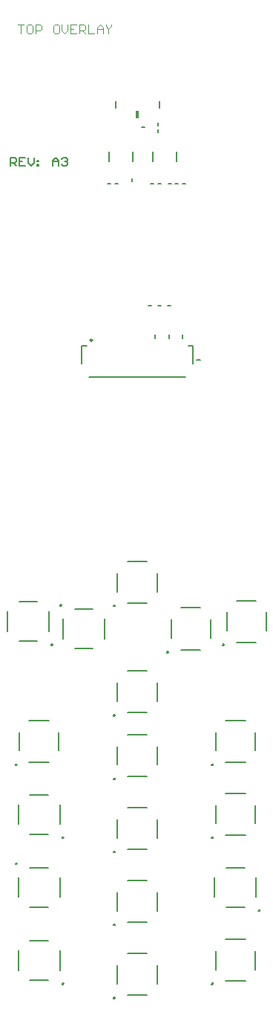
<source format=gto>
G04*
G04 #@! TF.GenerationSoftware,Altium Limited,Altium Designer,21.9.2 (33)*
G04*
G04 Layer_Color=65535*
%FSLAX25Y25*%
%MOIN*%
G70*
G04*
G04 #@! TF.SameCoordinates,38B2C1F3-0FCD-4184-AA18-E5AB633A714F*
G04*
G04*
G04 #@! TF.FilePolarity,Positive*
G04*
G01*
G75*
%ADD10C,0.00984*%
%ADD11C,0.01181*%
%ADD12C,0.00394*%
%ADD13C,0.00591*%
%ADD14C,0.00787*%
D10*
X863461Y915189D02*
G03*
X863461Y915189I-492J0D01*
G01*
D11*
X850240Y626777D02*
G03*
X850240Y626777I-197J0D01*
G01*
X845319Y778671D02*
G03*
X845319Y778671I-197J0D01*
G01*
X922351D02*
G03*
X922351Y778671I-197J0D01*
G01*
X917429Y692170D02*
G03*
X917429Y692170I-197J0D01*
G01*
X849319Y796376D02*
G03*
X849319Y796376I-197J0D01*
G01*
X897351Y775376D02*
G03*
X897351Y775376I-197J0D01*
G01*
X873335Y796151D02*
G03*
X873335Y796151I-197J0D01*
G01*
Y747064D02*
G03*
X873335Y747064I-197J0D01*
G01*
X829240Y724866D02*
G03*
X829240Y724866I-197J0D01*
G01*
X873335Y718512D02*
G03*
X873335Y718512I-197J0D01*
G01*
Y685815D02*
G03*
X873335Y685815I-197J0D01*
G01*
X829240Y680473D02*
G03*
X829240Y680473I-197J0D01*
G01*
X917429Y724866D02*
G03*
X917429Y724866I-197J0D01*
G01*
X850240Y692170D02*
G03*
X850240Y692170I-197J0D01*
G01*
X917429Y626777D02*
G03*
X917429Y626777I-197J0D01*
G01*
X938429Y659473D02*
G03*
X938429Y659473I-197J0D01*
G01*
X873335Y653119D02*
G03*
X873335Y653119I-197J0D01*
G01*
Y620423D02*
G03*
X873335Y620423I-197J0D01*
G01*
D12*
X871040Y994422D02*
G03*
X871040Y994422I-197J0D01*
G01*
X901355Y1000721D02*
G03*
X901355Y1000721I-197J0D01*
G01*
X830102Y1056721D02*
X832726D01*
X831414D01*
Y1052785D01*
X836006Y1056721D02*
X834694D01*
X834038Y1056065D01*
Y1053441D01*
X834694Y1052785D01*
X836006D01*
X836662Y1053441D01*
Y1056065D01*
X836006Y1056721D01*
X837974Y1052785D02*
Y1056721D01*
X839942D01*
X840598Y1056065D01*
Y1054753D01*
X839942Y1054097D01*
X837974D01*
X847813Y1056721D02*
X846501D01*
X845845Y1056065D01*
Y1053441D01*
X846501Y1052785D01*
X847813D01*
X848469Y1053441D01*
Y1056065D01*
X847813Y1056721D01*
X849781D02*
Y1054097D01*
X851093Y1052785D01*
X852405Y1054097D01*
Y1056721D01*
X856341D02*
X853717D01*
Y1052785D01*
X856341D01*
X853717Y1054753D02*
X855029D01*
X857653Y1052785D02*
Y1056721D01*
X859620D01*
X860276Y1056065D01*
Y1054753D01*
X859620Y1054097D01*
X857653D01*
X858965D02*
X860276Y1052785D01*
X861588Y1056721D02*
Y1052785D01*
X864212D01*
X865524D02*
Y1055409D01*
X866836Y1056721D01*
X868148Y1055409D01*
Y1052785D01*
Y1054753D01*
X865524D01*
X869460Y1056721D02*
Y1056065D01*
X870772Y1054753D01*
X872084Y1056065D01*
Y1056721D01*
X870772Y1054753D02*
Y1052785D01*
D13*
X884032Y1014945D02*
Y1017945D01*
X883244Y1014992D02*
Y1017992D01*
X904111Y916174D02*
Y917552D01*
X888461Y930642D02*
X889839D01*
X861909Y898654D02*
X905367D01*
X858638Y912827D02*
X860803D01*
X858637Y904624D02*
Y912826D01*
X906473Y912827D02*
X908637D01*
X908637Y904625D02*
Y912826D01*
X903815Y985367D02*
X905193D01*
X885705Y1010563D02*
X887083D01*
X873796Y1019276D02*
Y1022276D01*
X893480Y1019323D02*
Y1022323D01*
X893087Y1008300D02*
Y1009678D01*
Y1011449D02*
Y1012827D01*
X892792Y930642D02*
X894170D01*
X897516Y985367D02*
X898894D01*
X892792D02*
X894170D01*
X881276Y986252D02*
Y987630D01*
X900666Y985367D02*
X902044D01*
X889642D02*
X891020D01*
X873500D02*
X874878D01*
X897811Y916174D02*
Y917552D01*
X891512Y916173D02*
Y917552D01*
X910418Y906233D02*
X911796D01*
X870351Y985367D02*
X871729D01*
X870843Y995406D02*
Y999736D01*
X881473Y995406D02*
Y999736D01*
X901158Y995406D02*
Y999736D01*
X890528Y995406D02*
Y999736D01*
X897122Y930642D02*
X898500D01*
D14*
X848894Y632847D02*
Y641706D01*
X835410Y646135D02*
X843677D01*
X830193Y632847D02*
Y641706D01*
X835410Y628418D02*
X843677D01*
X843973Y784742D02*
Y793600D01*
X830488Y798029D02*
X838756D01*
X825272Y784742D02*
Y793600D01*
X830488Y780313D02*
X838756D01*
X928225Y779821D02*
X937083D01*
X941512Y785037D02*
Y793305D01*
X928225Y798521D02*
X937083D01*
X923796Y785037D02*
Y793305D01*
X923303Y693319D02*
X932162D01*
X936591Y698536D02*
Y706804D01*
X923303Y712020D02*
X932162D01*
X918874Y698536D02*
Y706804D01*
X855488Y794734D02*
X863756D01*
X868973Y781447D02*
Y790305D01*
X855488Y777018D02*
X863756D01*
X850272Y781447D02*
Y790305D01*
X898796Y781742D02*
Y790010D01*
X903225Y795226D02*
X912083D01*
X916512Y781742D02*
Y790010D01*
X903225Y776525D02*
X912083D01*
X874780Y802518D02*
Y810785D01*
X879209Y816002D02*
X888067D01*
X892496Y802518D02*
Y810785D01*
X879209Y797301D02*
X888067D01*
X874780Y753430D02*
Y761698D01*
X879209Y766915D02*
X888067D01*
X892496Y753430D02*
Y761698D01*
X879209Y748214D02*
X888067D01*
X830685Y731232D02*
Y739500D01*
X835114Y744717D02*
X843973D01*
X848402Y731232D02*
Y739500D01*
X835114Y726016D02*
X843973D01*
X874780Y724878D02*
Y733146D01*
X879209Y738362D02*
X888067D01*
X892496Y724878D02*
Y733146D01*
X879209Y719662D02*
X888067D01*
X874780Y692182D02*
Y700449D01*
X879209Y705666D02*
X888067D01*
X892496Y692182D02*
Y700449D01*
X879209Y686965D02*
X888067D01*
X835410Y678831D02*
X843677D01*
X848894Y665544D02*
Y674402D01*
X835410Y661115D02*
X843677D01*
X830193Y665544D02*
Y674402D01*
X918874Y731232D02*
Y739500D01*
X923303Y744717D02*
X932162D01*
X936591Y731232D02*
Y739500D01*
X923303Y726016D02*
X932162D01*
X835410Y693811D02*
X843677D01*
X830193Y698241D02*
Y707099D01*
X835410Y711528D02*
X843677D01*
X848894Y698241D02*
Y707099D01*
X918874Y633143D02*
Y641410D01*
X923303Y646627D02*
X932162D01*
X936591Y633143D02*
Y641410D01*
X923303Y627926D02*
X932162D01*
X923599Y661115D02*
X931866D01*
X918382Y665544D02*
Y674402D01*
X923599Y678831D02*
X931866D01*
X937083Y665544D02*
Y674402D01*
X874780Y659485D02*
Y667753D01*
X879209Y672969D02*
X888067D01*
X892496Y659485D02*
Y667753D01*
X879209Y654269D02*
X888067D01*
X874780Y626789D02*
Y635056D01*
X879209Y640273D02*
X888067D01*
X892496Y626789D02*
Y635056D01*
X879209Y621572D02*
X888067D01*
X826752Y993241D02*
Y997176D01*
X828720D01*
X829376Y996520D01*
Y995208D01*
X828720Y994552D01*
X826752D01*
X828064D02*
X829376Y993241D01*
X833312Y997176D02*
X830688D01*
Y993241D01*
X833312D01*
X830688Y995208D02*
X832000D01*
X834624Y997176D02*
Y994552D01*
X835936Y993241D01*
X837248Y994552D01*
Y997176D01*
X838560Y995864D02*
X839216D01*
Y995208D01*
X838560D01*
Y995864D01*
Y993896D02*
X839216D01*
Y993241D01*
X838560D01*
Y993896D01*
X845775Y993241D02*
Y995864D01*
X847087Y997176D01*
X848399Y995864D01*
Y993241D01*
Y995208D01*
X845775D01*
X849711Y996520D02*
X850367Y997176D01*
X851679D01*
X852335Y996520D01*
Y995864D01*
X851679Y995208D01*
X851023D01*
X851679D01*
X852335Y994552D01*
Y993896D01*
X851679Y993241D01*
X850367D01*
X849711Y993896D01*
M02*

</source>
